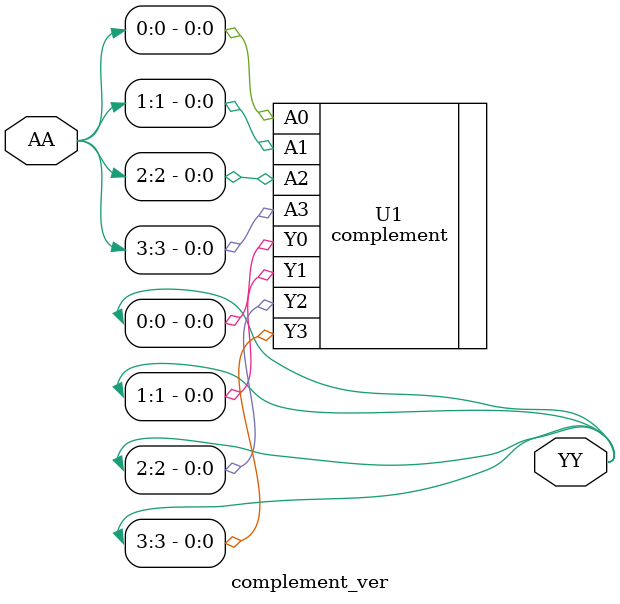
<source format=v>
`timescale 1ns / 1ps


module complement_ver(
    input wire [3:0] AA,
    output wire [3:0] YY
    );
    
complement U1(
    .A0(AA[0]), .A1(AA[1]), .A2(AA[2]), .A3(AA[3]),
    .Y0(YY[0]), .Y1(YY[1]), .Y2(YY[2]), .Y3(YY[3])
    );

endmodule

</source>
